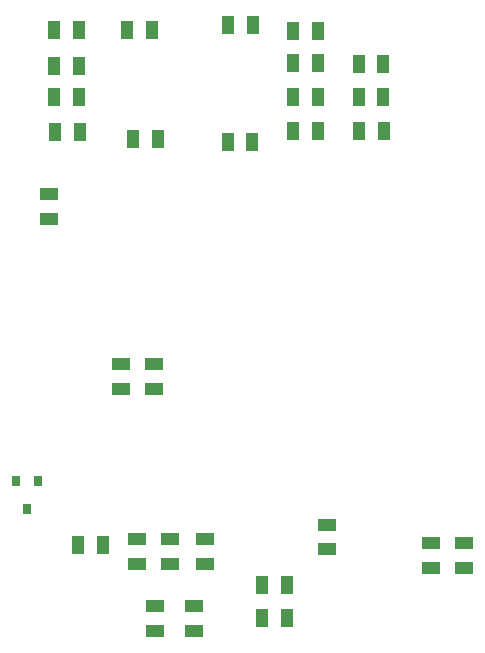
<source format=gbp>
G04*
G04 #@! TF.GenerationSoftware,Altium Limited,Altium Designer,23.0.1 (38)*
G04*
G04 Layer_Color=128*
%FSLAX25Y25*%
%MOIN*%
G70*
G04*
G04 #@! TF.SameCoordinates,E0BBA437-4333-49BD-AE1E-3590298AE75E*
G04*
G04*
G04 #@! TF.FilePolarity,Positive*
G04*
G01*
G75*
%ADD19R,0.02756X0.03543*%
%ADD24R,0.04331X0.06299*%
%ADD26R,0.06299X0.04331*%
D19*
X14960Y79628D02*
D03*
X22440D02*
D03*
X18700Y70572D02*
D03*
D24*
X105302Y34200D02*
D03*
X97035D02*
D03*
X54066Y193900D02*
D03*
X62334D02*
D03*
X52166Y230200D02*
D03*
X60434D02*
D03*
X36034Y230000D02*
D03*
X27766D02*
D03*
X27666Y207600D02*
D03*
X35934D02*
D03*
X27766Y218200D02*
D03*
X36034D02*
D03*
X36234Y196000D02*
D03*
X27966D02*
D03*
X107466Y196500D02*
D03*
X115734D02*
D03*
Y207700D02*
D03*
X107466D02*
D03*
X107366Y219100D02*
D03*
X115634D02*
D03*
Y229900D02*
D03*
X107366D02*
D03*
X137534Y207700D02*
D03*
X129266D02*
D03*
X129366Y196400D02*
D03*
X137634D02*
D03*
X129266Y218800D02*
D03*
X137534D02*
D03*
X93834Y192900D02*
D03*
X85566D02*
D03*
X85666Y231900D02*
D03*
X93934D02*
D03*
X97035Y45100D02*
D03*
X105302D02*
D03*
X44134Y58300D02*
D03*
X35866D02*
D03*
D26*
X77900Y60334D02*
D03*
Y52066D02*
D03*
X55500Y60334D02*
D03*
Y52066D02*
D03*
X118800Y56966D02*
D03*
Y65234D02*
D03*
X49900Y118734D02*
D03*
Y110466D02*
D03*
X61200D02*
D03*
Y118734D02*
D03*
X25900Y167066D02*
D03*
Y175334D02*
D03*
X66500Y52066D02*
D03*
Y60334D02*
D03*
X74300Y38034D02*
D03*
Y29766D02*
D03*
X61300Y38034D02*
D03*
Y29766D02*
D03*
X164500Y59034D02*
D03*
Y50766D02*
D03*
X153300D02*
D03*
Y59034D02*
D03*
M02*

</source>
